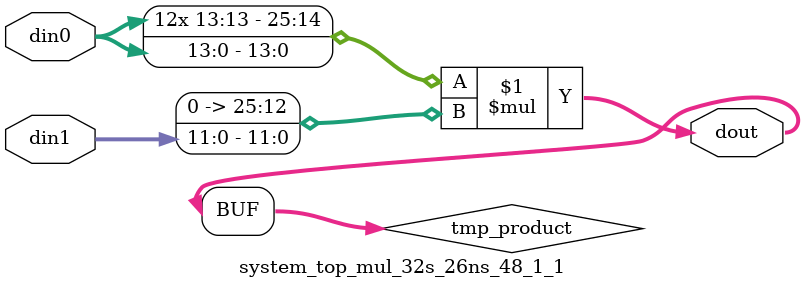
<source format=v>

`timescale 1 ns / 1 ps

 module system_top_mul_32s_26ns_48_1_1(din0, din1, dout);
parameter ID = 1;
parameter NUM_STAGE = 0;
parameter din0_WIDTH = 14;
parameter din1_WIDTH = 12;
parameter dout_WIDTH = 26;

input [din0_WIDTH - 1 : 0] din0; 
input [din1_WIDTH - 1 : 0] din1; 
output [dout_WIDTH - 1 : 0] dout;

wire signed [dout_WIDTH - 1 : 0] tmp_product;


























assign tmp_product = $signed(din0) * $signed({1'b0, din1});









assign dout = tmp_product;





















endmodule

</source>
